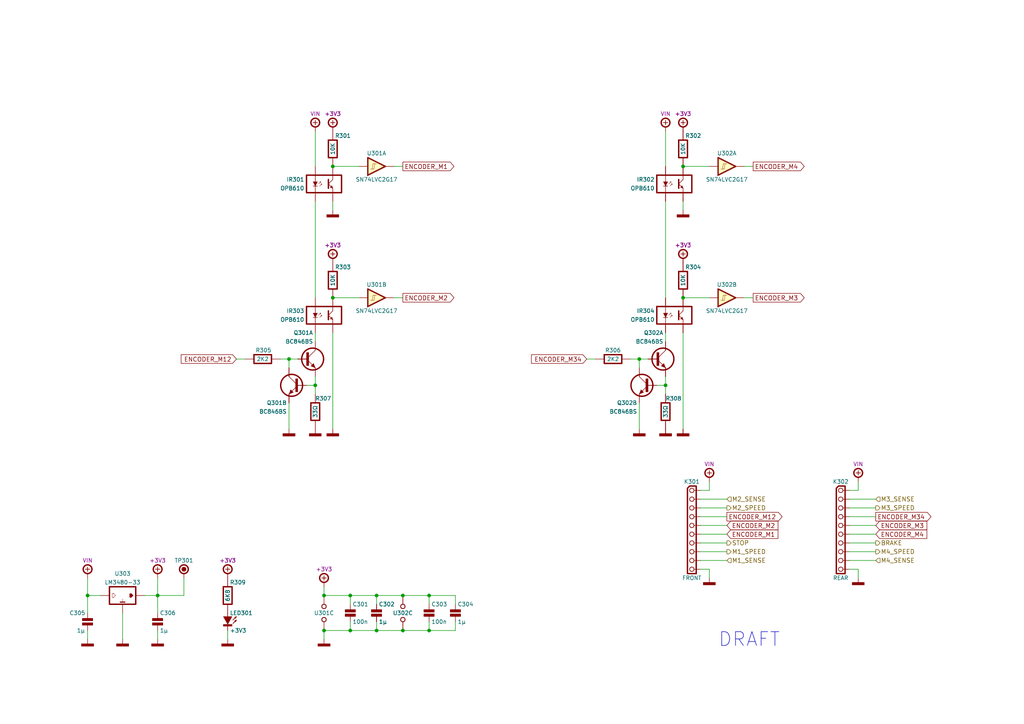
<source format=kicad_sch>
(kicad_sch (version 20211123) (generator eeschema)
  (paper "A4")
  (title_block (title "Motors Encoder") (date "01/2022") (rev "A") (comment 1 "TCAR Motor Board - L298P"))
  (lib_symbols
    (symbol "CAPACITOR-1206-100N_1" (pin_numbers hide) (pin_names (offset 0) hide)
      (property "Reference" "C" (at 1.27 2.54 0))
      (property "Value" "CAPACITOR-1206-100N_1" (at 1.27 -2.54 0))
      (symbol "CAPACITOR-1206-100N_1_1_1"
        (pin passive line (at 0 2.54 270) (length 1.905) (name "~") (number "1"))
        (pin passive line (at 0 -2.54 90) (length 1.905) (name "~") (number "2"))
      )
    )
    (symbol "CAPACITOR-1206-1U_1" (pin_numbers hide) (pin_names (offset 0) hide)
      (property "Reference" "C" (at 1.27 2.54 0))
      (property "Value" "CAPACITOR-1206-1U_1" (at 1.27 -2.54 0))
      (symbol "CAPACITOR-1206-1U_1_1_1"
        (pin passive line (at 0 2.54 270) (length 1.905) (name "~") (number "1"))
        (pin passive line (at 0 -2.54 90) (length 1.905) (name "~") (number "2"))
      )
    )
    (symbol "CAPACITOR-1206-1U_2" (pin_numbers hide) (pin_names (offset 0) hide)
      (property "Reference" "C" (at 1.27 2.54 0))
      (property "Value" "CAPACITOR-1206-1U_2" (at 1.27 -2.54 0))
      (symbol "CAPACITOR-1206-1U_2_1_1"
        (pin passive line (at 0 2.54 270) (length 1.905) (name "~") (number "1"))
        (pin passive line (at 0 -2.54 90) (length 1.905) (name "~") (number "2"))
      )
    )
    (symbol "CAPACITOR-1206-1U_3" (pin_numbers hide) (pin_names (offset 0) hide)
      (property "Reference" "C" (at 1.27 2.54 0))
      (property "Value" "CAPACITOR-1206-1U_3" (at 1.27 -2.54 0))
      (symbol "CAPACITOR-1206-1U_3_1_1"
        (pin passive line (at 0 2.54 270) (length 1.905) (name "~") (number "1"))
        (pin passive line (at 0 -2.54 90) (length 1.905) (name "~") (number "2"))
      )
    )
    (symbol "RESISTOR-1206-10K_1" (pin_numbers hide) (pin_names (offset 0) hide)
      (property "Reference" "R" (at 2.54 1.27 0))
      (property "Value" "RESISTOR-1206-10K_1" (at 2.54 -1.27 0))
      (symbol "RESISTOR-1206-10K_1_1_1"
        (pin passive line (at 0 5.08 270) (length 2.54) (name "~") (number "1"))
        (pin passive line (at 0 -5.08 90) (length 2.54) (name "~") (number "2"))
      )
    )
    (symbol "RESISTOR-1206-10K_2" (pin_numbers hide) (pin_names (offset 0) hide)
      (property "Reference" "R" (at 2.54 1.27 0))
      (property "Value" "RESISTOR-1206-10K_2" (at 2.54 -1.27 0))
      (symbol "RESISTOR-1206-10K_2_1_1"
        (pin passive line (at 0 5.08 270) (length 2.54) (name "~") (number "1"))
        (pin passive line (at 0 -5.08 90) (length 2.54) (name "~") (number "2"))
      )
    )
    (symbol "RESISTOR-1206-10K_3" (pin_numbers hide) (pin_names (offset 0) hide)
      (property "Reference" "R" (at 2.54 1.27 0))
      (property "Value" "RESISTOR-1206-10K_3" (at 2.54 -1.27 0))
      (symbol "RESISTOR-1206-10K_3_1_1"
        (pin passive line (at 0 5.08 270) (length 2.54) (name "~") (number "1"))
        (pin passive line (at 0 -5.08 90) (length 2.54) (name "~") (number "2"))
      )
    )
    (symbol "RESISTOR-1206-2K2_1" (pin_numbers hide) (pin_names (offset 0) hide)
      (property "Reference" "R" (at 2.54 1.27 0))
      (property "Value" "RESISTOR-1206-2K2_1" (at 2.54 -1.27 0))
      (symbol "RESISTOR-1206-2K2_1_1_1"
        (pin passive line (at 0 5.08 270) (length 2.54) (name "~") (number "1"))
        (pin passive line (at 0 -5.08 90) (length 2.54) (name "~") (number "2"))
      )
    )
    (symbol "RESISTOR-1206-33R_1" (pin_numbers hide) (pin_names (offset 0) hide)
      (property "Reference" "R" (at 2.54 1.27 0))
      (property "Value" "RESISTOR-1206-33R_1" (at 2.54 -1.27 0))
      (symbol "RESISTOR-1206-33R_1_1_1"
        (pin passive line (at 0 5.08 270) (length 2.54) (name "~") (number "1"))
        (pin passive line (at 0 -5.08 90) (length 2.54) (name "~") (number "2"))
      )
    )
    (symbol "tronixio:CAPACITOR-1206-100N" (pin_numbers hide) (pin_names (offset 0) hide)
      (property "Reference" "C" (at 1.27 2.54 0))
      (property "Value" "CAPACITOR-1206-100N" (at 1.27 -2.54 0))
      (symbol "CAPACITOR-1206-100N_1_1"
        (pin passive line (at 0 2.54 270) (length 1.905) (name "~") (number "1"))
        (pin passive line (at 0 -2.54 90) (length 1.905) (name "~") (number "2"))
      )
    )
    (symbol "tronixio:CAPACITOR-1206-1U" (pin_numbers hide) (pin_names (offset 0) hide)
      (property "Reference" "C" (at 1.27 2.54 0))
      (property "Value" "CAPACITOR-1206-1U" (at 1.27 -2.54 0))
      (symbol "CAPACITOR-1206-1U_1_1"
        (pin passive line (at 0 2.54 270) (length 1.905) (name "~") (number "1"))
        (pin passive line (at 0 -2.54 90) (length 1.905) (name "~") (number "2"))
      )
    )
    (symbol "tronixio:HARWIN-254-F-1X10-VERTICAL" (pin_numbers hide) (pin_names (offset 0) hide)
      (property "Reference" "K" (at 0 2.54 0))
      (property "Value" "HARWIN-254-F-1X10-VERTICAL" (at 0 -25.4 0))
      (symbol "HARWIN-254-F-1X10-VERTICAL_1_1"
        (pin passive line (at -2.54 0 0) (length 1.905) (name "Pin_1") (number "1"))
        (pin passive line (at -2.54 -22.86 0) (length 1.905) (name "Pin_10") (number "10"))
        (pin passive line (at -2.54 -2.54 0) (length 1.905) (name "Pin_2") (number "2"))
        (pin passive line (at -2.54 -5.08 0) (length 1.905) (name "Pin_3") (number "3"))
        (pin passive line (at -2.54 -7.62 0) (length 1.905) (name "Pin_4") (number "4"))
        (pin passive line (at -2.54 -10.16 0) (length 1.905) (name "Pin_5") (number "5"))
        (pin passive line (at -2.54 -12.7 0) (length 1.905) (name "Pin_6") (number "6"))
        (pin passive line (at -2.54 -15.24 0) (length 1.905) (name "Pin_7") (number "7"))
        (pin passive line (at -2.54 -17.78 0) (length 1.905) (name "Pin_8") (number "8"))
        (pin passive line (at -2.54 -20.32 0) (length 1.905) (name "Pin_9") (number "9"))
      )
    )
    (symbol "tronixio:HARWIN-S1751" (pin_numbers hide) (pin_names (offset 0) hide)
      (property "Reference" "TP" (at 0 5.08 0))
      (property "Value" "HARWIN-S1751" (at 0 7.62 0))
      (symbol "HARWIN-S1751_1_1"
        (pin passive line (at 0 0 90) (length 1.27) (name "1") (number "1"))
      )
    )
    (symbol "tronixio:KINGBRIGHT-LED-1206-RED" (pin_numbers hide) (pin_names (offset 0) hide)
      (property "Reference" "LED" (at 0 -2.54 0))
      (property "Value" "KINGBRIGHT-LED-1206-RED" (at 0 -5.08 0))
      (symbol "KINGBRIGHT-LED-1206-RED_1_1"
        (pin passive line (at -2.54 0 0) (length 1.27) (name "C") (number "1"))
        (pin passive line (at 2.54 0 180) (length 1.27) (name "A") (number "2"))
      )
    )
    (symbol "tronixio:NEXPERIA-BC846BS" (pin_numbers hide) (pin_names (offset 0) hide)
      (property "Reference" "Q" (at 5.08 1.27 0))
      (property "Value" "NEXPERIA-BC846BS" (at 5.08 -1.27 0))
      (symbol "NEXPERIA-BC846BS_1_1"
        (pin passive line (at 2.54 -5.08 90) (length 2.54) (name "E") (number "1"))
        (pin passive line (at -2.54 0 0) (length 2.54) (name "B") (number "2"))
        (pin passive line (at 2.54 5.08 270) (length 2.54) (name "C") (number "6"))
      )
      (symbol "NEXPERIA-BC846BS_1_2"
        (pin input inverted (at -7.62 2.54 0) (length 4.318) (name "~") (number "1"))
        (pin input inverted (at -7.62 -2.54 0) (length 4.318) (name "~") (number "2"))
        (pin output line (at 7.62 0 180) (length 3.81) (name "~") (number "3"))
      )
      (symbol "NEXPERIA-BC846BS_2_1"
        (pin passive line (at 2.54 5.08 270) (length 2.54) (name "C") (number "3"))
        (pin passive line (at 2.54 -5.08 90) (length 2.54) (name "E") (number "4"))
        (pin passive line (at -2.54 0 0) (length 2.54) (name "B") (number "5"))
      )
      (symbol "NEXPERIA-BC846BS_2_2"
        (pin input inverted (at -7.62 2.54 0) (length 4.318) (name "~") (number "4"))
        (pin input inverted (at -7.62 -2.54 0) (length 4.318) (name "~") (number "5"))
        (pin output line (at 7.62 0 180) (length 3.81) (name "~") (number "6"))
      )
    )
    (symbol "tronixio:POWER-+3V3" (power) (pin_numbers hide) (pin_names (offset 0) hide)
      (property "Name" "+3V3" (at 0 5.08 0))
      (symbol "POWER-+3V3_1_1"
        (pin power_in line (at 0 0 90) (length 1.27) (name "+3V3") (number "1"))
      )
    )
    (symbol "tronixio:POWER-GND" (power) (pin_numbers hide) (pin_names (offset 0) hide)
      (symbol "POWER-GND_1_1"
        (pin power_in line (at 0 0 270) (length 1.27) (name "GND") (number "1"))
      )
    )
    (symbol "tronixio:POWER-VIN" (power) (pin_numbers hide) (pin_names (offset 0) hide)
      (property "Name" "VIN" (at 0 5.08 0))
      (symbol "POWER-VIN_1_1"
        (pin power_in line (at 0 0 90) (length 1.27) (name "VIN") (number "1"))
      )
    )
    (symbol "tronixio:RESISTOR-1206-10K" (pin_numbers hide) (pin_names (offset 0) hide)
      (property "Reference" "R" (at 2.54 1.27 0))
      (property "Value" "RESISTOR-1206-10K" (at 2.54 -1.27 0))
      (symbol "RESISTOR-1206-10K_1_1"
        (pin passive line (at 0 5.08 270) (length 2.54) (name "~") (number "1"))
        (pin passive line (at 0 -5.08 90) (length 2.54) (name "~") (number "2"))
      )
    )
    (symbol "tronixio:RESISTOR-1206-2K2" (pin_numbers hide) (pin_names (offset 0) hide)
      (property "Reference" "R" (at 2.54 1.27 0))
      (property "Value" "RESISTOR-1206-2K2" (at 2.54 -1.27 0))
      (symbol "RESISTOR-1206-2K2_1_1"
        (pin passive line (at 0 5.08 270) (length 2.54) (name "~") (number "1"))
        (pin passive line (at 0 -5.08 90) (length 2.54) (name "~") (number "2"))
      )
    )
    (symbol "tronixio:RESISTOR-1206-33R" (pin_numbers hide) (pin_names (offset 0) hide)
      (property "Reference" "R" (at 2.54 1.27 0))
      (property "Value" "RESISTOR-1206-33R" (at 2.54 -1.27 0))
      (symbol "RESISTOR-1206-33R_1_1"
        (pin passive line (at 0 5.08 270) (length 2.54) (name "~") (number "1"))
        (pin passive line (at 0 -5.08 90) (length 2.54) (name "~") (number "2"))
      )
    )
    (symbol "tronixio:RESISTOR-1206-6K8" (pin_numbers hide) (pin_names (offset 0) hide)
      (property "Reference" "R" (at 2.54 1.27 0))
      (property "Value" "RESISTOR-1206-6K8" (at 2.54 -1.27 0))
      (symbol "RESISTOR-1206-6K8_1_1"
        (pin passive line (at 0 5.08 270) (length 2.54) (name "~") (number "1"))
        (pin passive line (at 0 -5.08 90) (length 2.54) (name "~") (number "2"))
      )
    )
    (symbol "tronixio:TI-LM3480-33-SOT-23" (pin_numbers hide) (pin_names (offset 0) hide)
      (property "Reference" "U" (at 0 6.35 0))
      (property "Value" "TI-LM3480-33-SOT-23" (at 0 3.81 0))
      (symbol "TI-LM3480-33-SOT-23_1_1"
        (pin power_out line (at 6.35 0 180) (length 2.54) (name "VO") (number "1"))
        (pin power_in line (at -6.35 0 0) (length 2.54) (name "VI") (number "2"))
        (pin power_in line (at 0 -5.08 90) (length 2.54) (name "GND") (number "3"))
      )
    )
    (symbol "tronixio:TI-SN74LVC2G17-SOT" (pin_numbers hide) (pin_names (offset 0) hide)
      (property "Reference" "U" (at 0 5.08 0))
      (property "Value" "TI-SN74LVC2G17-SOT" (at 0 -5.08 0))
      (symbol "TI-SN74LVC2G17-SOT_1_1"
        (pin input line (at -5.08 0 0) (length 2.54) (name "1A") (number "1"))
        (pin output line (at 5.08 0 180) (length 2.54) (name "1Y") (number "6"))
      )
      (symbol "TI-SN74LVC2G17-SOT_1_2"
        (pin input inverted (at -7.62 2.54 0) (length 4.318) (name "~") (number "1"))
        (pin input inverted (at -7.62 -2.54 0) (length 4.318) (name "~") (number "2"))
        (pin output line (at 7.62 0 180) (length 3.81) (name "~") (number "3"))
      )
      (symbol "TI-SN74LVC2G17-SOT_2_1"
        (pin input line (at -5.08 0 0) (length 2.54) (name "2A") (number "3"))
        (pin output line (at 5.08 0 180) (length 2.54) (name "2Y") (number "4"))
      )
      (symbol "TI-SN74LVC2G17-SOT_2_2"
        (pin input inverted (at -7.62 2.54 0) (length 4.318) (name "~") (number "4"))
        (pin input inverted (at -7.62 -2.54 0) (length 4.318) (name "~") (number "5"))
        (pin output line (at 7.62 0 180) (length 3.81) (name "~") (number "6"))
      )
      (symbol "TI-SN74LVC2G17-SOT_3_0"
        (pin power_in line (at 0 -5.08 90) (length 2.54) (name "GND") (number "2"))
        (pin power_in line (at 0 5.08 270) (length 2.54) (name "VCC") (number "5"))
      )
      (symbol "TI-SN74LVC2G17-SOT_3_2"
        (pin input inverted (at -7.62 2.54 0) (length 4.318) (name "~") (number "1"))
        (pin input inverted (at -7.62 -2.54 0) (length 4.318) (name "~") (number "2"))
        (pin output line (at 7.62 0 180) (length 3.81) (name "~") (number "3"))
      )
    )
    (symbol "tronixio:TTE-OPB610" (pin_numbers hide) (pin_names (offset 0) hide)
      (property "Reference" "IR" (at 6.35 1.27 0))
      (property "Value" "TTE-OPB610" (at 6.35 -1.27 0))
      (symbol "TTE-OPB610_1_1"
        (pin passive line (at -2.54 5.08 270) (length 2.54) (name "ANODE") (number "1"))
        (pin passive line (at -2.54 -5.08 90) (length 2.54) (name "CATHODE") (number "2"))
        (pin passive line (at 2.54 5.08 270) (length 2.54) (name "COLLECTOR") (number "3"))
        (pin passive line (at 2.54 -5.08 90) (length 2.54) (name "EMITTER") (number "4"))
      )
    )
  )
  (junction (at 124.46 172.72) (diameter 0.9144))
  (junction (at 109.22 182.88) (diameter 0.9144))
  (junction (at 109.22 172.72) (diameter 0.9144))
  (junction (at 83.82 104.14))
  (junction (at 96.52 86.36))
  (junction (at 96.52 48.26))
  (junction (at 198.12 86.36))
  (junction (at 116.84 182.88) (diameter 0.9144))
  (junction (at 185.42 104.14))
  (junction (at 93.98 172.72) (diameter 0.9144))
  (junction (at 193.04 111.76))
  (junction (at 93.98 182.88) (diameter 0.9144))
  (junction (at 124.46 182.88) (diameter 0.9144))
  (junction (at 101.6 182.88) (diameter 0.9144))
  (junction (at 45.72 172.72) (diameter 0.9144))
  (junction (at 116.84 172.72) (diameter 0.9144))
  (junction (at 25.4 172.72) (diameter 0.9144))
  (junction (at 198.12 48.26))
  (junction (at 101.6 172.72) (diameter 0.9144))
  (junction (at 91.44 111.76))
  (wire (pts (xy 210.82 154.94) (xy 203.2 154.94)))
  (wire (pts (xy 132.08 180.34) (xy 132.08 182.88)))
  (wire (pts (xy 91.44 111.76) (xy 91.44 114.3)))
  (wire (pts (xy 218.44 48.26) (xy 215.9 48.26)))
  (wire (pts (xy 203.2 142.24) (xy 205.74 142.24)))
  (wire (pts (xy 91.44 38.1) (xy 91.44 48.26)))
  (wire (pts (xy 205.74 142.24) (xy 205.74 139.7)))
  (wire (pts (xy 248.92 165.1) (xy 248.92 167.64)))
  (wire (pts (xy 91.44 58.42) (xy 91.44 86.36)))
  (wire (pts (xy 116.84 48.26) (xy 114.3 48.26)))
  (wire (pts (xy 96.52 48.26) (xy 104.14 48.26)))
  (wire (pts (xy 182.88 104.14) (xy 185.42 104.14)))
  (wire (pts (xy 193.04 96.52) (xy 193.04 99.06)))
  (wire (pts (xy 203.2 165.1) (xy 205.74 165.1)))
  (wire (pts (xy 35.56 177.8) (xy 35.56 185.42)))
  (wire (pts (xy 68.58 104.14) (xy 71.12 104.14)))
  (wire (pts (xy 170.18 104.14) (xy 172.72 104.14)))
  (wire (pts (xy 45.72 172.72) (xy 45.72 177.8)))
  (wire (pts (xy 109.22 172.72) (xy 109.22 175.26)))
  (wire (pts (xy 185.42 104.14) (xy 187.96 104.14)))
  (wire (pts (xy 210.82 144.78) (xy 203.2 144.78)))
  (wire (pts (xy 193.04 109.22) (xy 193.04 111.76)))
  (wire (pts (xy 246.38 165.1) (xy 248.92 165.1)))
  (wire (pts (xy 198.12 60.96) (xy 198.12 58.42)))
  (wire (pts (xy 101.6 172.72) (xy 109.22 172.72)))
  (wire (pts (xy 109.22 172.72) (xy 116.84 172.72)))
  (wire (pts (xy 116.84 172.72) (xy 124.46 172.72)))
  (wire (pts (xy 198.12 86.36) (xy 205.74 86.36)))
  (wire (pts (xy 101.6 172.72) (xy 101.6 175.26)))
  (wire (pts (xy 93.98 172.72) (xy 101.6 172.72)))
  (wire (pts (xy 41.91 172.72) (xy 45.72 172.72)))
  (wire (pts (xy 45.72 172.72) (xy 45.72 167.64)))
  (wire (pts (xy 254 144.78) (xy 246.38 144.78)))
  (wire (pts (xy 101.6 182.88) (xy 109.22 182.88)))
  (wire (pts (xy 109.22 182.88) (xy 116.84 182.88)))
  (wire (pts (xy 116.84 182.88) (xy 124.46 182.88)))
  (wire (pts (xy 254 152.4) (xy 246.38 152.4)))
  (wire (pts (xy 246.38 142.24) (xy 248.92 142.24)))
  (wire (pts (xy 83.82 104.14) (xy 83.82 106.68)))
  (wire (pts (xy 254 157.48) (xy 246.38 157.48)))
  (wire (pts (xy 193.04 58.42) (xy 193.04 86.36)))
  (wire (pts (xy 91.44 96.52) (xy 91.44 99.06)))
  (wire (pts (xy 66.04 182.88) (xy 66.04 185.42)))
  (wire (pts (xy 210.82 147.32) (xy 203.2 147.32)))
  (wire (pts (xy 109.22 180.34) (xy 109.22 182.88)))
  (wire (pts (xy 218.44 86.36) (xy 215.9 86.36)))
  (wire (pts (xy 124.46 172.72) (xy 132.08 172.72)))
  (wire (pts (xy 254 154.94) (xy 246.38 154.94)))
  (wire (pts (xy 96.52 86.36) (xy 104.14 86.36)))
  (wire (pts (xy 116.84 86.36) (xy 114.3 86.36)))
  (wire (pts (xy 185.42 116.84) (xy 185.42 124.46)))
  (wire (pts (xy 93.98 182.88) (xy 101.6 182.88)))
  (wire (pts (xy 210.82 162.56) (xy 203.2 162.56)))
  (wire (pts (xy 91.44 109.22) (xy 91.44 111.76)))
  (wire (pts (xy 93.98 170.18) (xy 93.98 172.72)))
  (wire (pts (xy 198.12 48.26) (xy 205.74 48.26)))
  (wire (pts (xy 83.82 104.14) (xy 86.36 104.14)))
  (wire (pts (xy 45.72 182.88) (xy 45.72 185.42)))
  (wire (pts (xy 254 149.86) (xy 246.38 149.86)))
  (wire (pts (xy 25.4 167.64) (xy 25.4 172.72)))
  (wire (pts (xy 254 160.02) (xy 246.38 160.02)))
  (wire (pts (xy 83.82 116.84) (xy 83.82 124.46)))
  (wire (pts (xy 25.4 172.72) (xy 25.4 177.8)))
  (wire (pts (xy 248.92 142.24) (xy 248.92 139.7)))
  (wire (pts (xy 193.04 111.76) (xy 193.04 114.3)))
  (wire (pts (xy 210.82 152.4) (xy 203.2 152.4)))
  (wire (pts (xy 205.74 165.1) (xy 205.74 167.64)))
  (wire (pts (xy 193.04 38.1) (xy 193.04 48.26)))
  (wire (pts (xy 190.5 111.76) (xy 193.04 111.76)))
  (wire (pts (xy 185.42 104.14) (xy 185.42 106.68)))
  (wire (pts (xy 198.12 96.52) (xy 198.12 124.46)))
  (wire (pts (xy 210.82 160.02) (xy 203.2 160.02)))
  (wire (pts (xy 101.6 180.34) (xy 101.6 182.88)))
  (wire (pts (xy 124.46 172.72) (xy 124.46 175.26)))
  (wire (pts (xy 254 147.32) (xy 246.38 147.32)))
  (wire (pts (xy 96.52 60.96) (xy 96.52 58.42)))
  (wire (pts (xy 124.46 180.34) (xy 124.46 182.88)))
  (wire (pts (xy 254 162.56) (xy 246.38 162.56)))
  (wire (pts (xy 29.21 172.72) (xy 25.4 172.72)))
  (wire (pts (xy 210.82 157.48) (xy 203.2 157.48)))
  (wire (pts (xy 124.46 182.88) (xy 132.08 182.88)))
  (wire (pts (xy 210.82 149.86) (xy 203.2 149.86)))
  (wire (pts (xy 25.4 182.88) (xy 25.4 185.42)))
  (wire (pts (xy 96.52 96.52) (xy 96.52 124.46)))
  (wire (pts (xy 88.9 111.76) (xy 91.44 111.76)))
  (wire (pts (xy 81.28 104.14) (xy 83.82 104.14)))
  (wire (pts (xy 53.34 167.64) (xy 53.34 172.72)))
  (wire (pts (xy 53.34 172.72) (xy 45.72 172.72)))
  (wire (pts (xy 132.08 172.72) (xy 132.08 175.26)))
  (wire (pts (xy 93.98 182.88) (xy 93.98 185.42)))
  (text "DRAFT" (at 208.28 187.96 0) (effects (font (size 4 4)) (justify left bottom)))
  (global_label "ENCODER_M2" (shape output) (at 116.84 86.36 0) (property "Intersheet References" "${INTERSHEET_REFS}" (effects hide)))
  (global_label "ENCODER_M34" (shape output) (at 254 149.86 0) (property "Intersheet References" "${INTERSHEET_REFS}" (effects hide)))
  (global_label "ENCODER_M12" (shape output) (at 210.82 149.86 0) (property "Intersheet References" "${INTERSHEET_REFS}" (effects hide)))
  (global_label "ENCODER_M1" (shape output) (at 116.84 48.26 0) (property "Intersheet References" "${INTERSHEET_REFS}" (effects hide)))
  (global_label "ENCODER_M12" (shape input) (at 68.58 104.14 180) (property "Intersheet References" "${INTERSHEET_REFS}" (effects hide)))
  (global_label "ENCODER_M4" (shape input) (at 254 154.94 0) (property "Intersheet References" "${INTERSHEET_REFS}" (effects hide)))
  (global_label "ENCODER_M3" (shape output) (at 218.44 86.36 0) (property "Intersheet References" "${INTERSHEET_REFS}" (effects hide)))
  (global_label "ENCODER_M2" (shape input) (at 210.82 152.4 0) (property "Intersheet References" "${INTERSHEET_REFS}" (effects hide)))
  (global_label "ENCODER_M1" (shape input) (at 210.82 154.94 0) (property "Intersheet References" "${INTERSHEET_REFS}" (effects hide)))
  (global_label "ENCODER_M3" (shape input) (at 254 152.4 0) (property "Intersheet References" "${INTERSHEET_REFS}" (effects hide)))
  (global_label "ENCODER_M4" (shape output) (at 218.44 48.26 0) (property "Intersheet References" "${INTERSHEET_REFS}" (effects hide)))
  (global_label "ENCODER_M34" (shape input) (at 170.18 104.14 180) (property "Intersheet References" "${INTERSHEET_REFS}" (effects hide)))
  (hierarchical_label "M3_SENSE" (shape input) (at 254 144.78 0))
  (hierarchical_label "M1_SENSE" (shape input) (at 210.82 162.56 0))
  (hierarchical_label "BRAKE" (shape output) (at 254 157.48 0))
  (hierarchical_label "M4_SENSE" (shape input) (at 254 162.56 0))
  (hierarchical_label "M3_SPEED" (shape output) (at 254 147.32 0))
  (hierarchical_label "STOP" (shape output) (at 210.82 157.48 0))
  (hierarchical_label "M1_SPEED" (shape output) (at 210.82 160.02 0))
  (hierarchical_label "M2_SPEED" (shape output) (at 210.82 147.32 0))
  (hierarchical_label "M2_SENSE" (shape input) (at 210.82 144.78 0))
  (hierarchical_label "M4_SPEED" (shape output) (at 254 160.02 0))
  (symbol (lib_name "RESISTOR-1206-33R_1") (lib_id "tronixio:RESISTOR-1206-33R") (at 91.44 119.38 0) (unit 1)
    (property "Reference" "R307" (at 91.44 115.57 0) (effects (font (size 1.15 1.15)) (justify left)))
    (property "Value" "33Ω" (at 91.44 119.38 90) (effects (font (size 1.15 1.15))))
    (property "Footprint" "tronixio:RESISTOR-SMD-1206" (effects hide))
    (property "Datasheet" "https://www.koaspeer.com/products/resistors/general-purpose/rk73b/" (effects hide))
    (property "Tolerance" "5%" (effects hide))
    (property "Mouser" "660-RK73B2BTTDD330J" (effects hide))
    (property "Name" "RESISTOR-1206-33R" (effects hide))
  )
  (symbol (lib_id "tronixio:RESISTOR-1206-33R") (at 193.04 119.38 0) (unit 1)
    (property "Reference" "R308" (at 193.04 115.57 0) (effects (font (size 1.15 1.15)) (justify left)))
    (property "Value" "33Ω" (at 193.04 119.38 90) (effects (font (size 1.15 1.15))))
    (property "Footprint" "tronixio:RESISTOR-SMD-1206" (effects hide))
    (property "Datasheet" "https://www.koaspeer.com/products/resistors/general-purpose/rk73b/" (effects hide))
    (property "Tolerance" "5%" (effects hide))
    (property "Mouser" "660-RK73B2BTTDD330J" (effects hide))
    (property "Name" "RESISTOR-1206-33R" (effects hide))
  )
  (symbol (lib_id "tronixio:POWER-VIN") (at 248.92 139.7 0) (unit 1)
    (property "Reference" "#PWR0193" (effects hide))
    (property "Value" "POWER-VIN" (effects hide))
    (property "Name" "VIN" (at 248.92 134.62 0) (effects (font (size 1.15 1.15))))
  )
  (symbol (lib_id "tronixio:POWER-GND") (at 185.42 124.46 0) (unit 1)
    (property "Reference" "#PWR0182" (effects hide))
    (property "Value" "POWER-GND" (effects hide))
  )
  (symbol (lib_id "tronixio:POWER-GND") (at 25.4 185.42 0) (unit 1)
    (property "Reference" "#PWR0191" (effects hide))
    (property "Value" "POWER-GND" (effects hide))
  )
  (symbol (lib_id "tronixio:POWER-GND") (at 45.72 185.42 0) (unit 1)
    (property "Reference" "#PWR0186" (effects hide))
    (property "Value" "POWER-GND" (effects hide))
  )
  (symbol (lib_id "tronixio:CAPACITOR-1206-1U") (at 109.22 177.8 0) (unit 1)
    (property "Reference" "C302" (at 109.855 175.26 0) (effects (font (size 1.15 1.15)) (justify left)))
    (property "Value" "1µ" (at 109.855 180.34 0) (effects (font (size 1.15 1.15)) (justify left)))
    (property "Footprint" "tronixio:CAPACITOR-SMD-1206" (effects hide))
    (property "Datasheet" "https://content.kemet.com/datasheets/KEM_C1090_X7R_ESD.pdf" (effects hide))
    (property "Voltage" "50V" (effects hide))
    (property "Tolerance" "20%" (effects hide))
    (property "Mouser" "C1206C105M5RACTU" (effects hide))
    (property "Name" "CAPACITOR-1206-1U" (effects hide))
  )
  (symbol (lib_name "RESISTOR-1206-10K_1") (lib_id "tronixio:RESISTOR-1206-10K") (at 96.52 43.18 0) (unit 1)
    (property "Reference" "R301" (at 97.155 39.37 0) (effects (font (size 1.15 1.15)) (justify left)))
    (property "Value" "10K" (at 96.52 43.18 90) (effects (font (size 1.15 1.15))))
    (property "Footprint" "tronixio:RESISTOR-SMD-1206" (effects hide))
    (property "Datasheet" "https://www.koaspeer.com/products/resistors/general-purpose/rk73b/" (effects hide))
    (property "Tolerance" "5%" (effects hide))
    (property "Mouser" "660-RK73B2BTTDD103J" (effects hide))
    (property "Name" "RESISTOR-1206-10K" (effects hide))
  )
  (symbol (lib_name "CAPACITOR-1206-100N_1") (lib_id "tronixio:CAPACITOR-1206-100N") (at 101.6 177.8 0) (unit 1)
    (property "Reference" "C301" (at 102.235 175.26 0) (effects (font (size 1.15 1.15)) (justify left)))
    (property "Value" "100n" (at 102.235 180.34 0) (effects (font (size 1.15 1.15)) (justify left)))
    (property "Footprint" "tronixio:CAPACITOR-SMD-1206" (effects hide))
    (property "Datasheet" "https://content.kemet.com/datasheets/KEM_C1090_X7R_ESD.pdf" (effects hide))
    (property "Voltage" "50V" (effects hide))
    (property "Tolerance" "20%" (effects hide))
    (property "Mouser" "80-C1206C104M5R" (effects hide))
    (property "Name" "CAPACITOR-1206-100N" (effects hide))
  )
  (symbol (lib_id "tronixio:POWER-GND") (at 83.82 124.46 0) (unit 1)
    (property "Reference" "#PWR0171" (effects hide))
    (property "Value" "POWER-GND" (effects hide))
  )
  (symbol (lib_id "tronixio:POWER-GND") (at 66.04 185.42 0) (unit 1)
    (property "Reference" "#PWR0185" (effects hide))
    (property "Value" "POWER-GND" (effects hide))
  )
  (symbol (lib_id "tronixio:POWER-GND") (at 205.74 167.64 0) (unit 1)
    (property "Reference" "#PWR0194" (effects hide))
    (property "Value" "POWER-GND" (effects hide))
  )
  (symbol (lib_id "tronixio:HARWIN-S1751") (at 53.34 167.64 0) (unit 1)
    (property "Reference" "TP301" (at 53.34 162.56 0) (effects (font (size 1.15 1.15))))
    (property "Value" "HARWIN-S1751" (effects hide))
    (property "Footprint" "tronixioZZZ:HARWIN-S1751" (effects hide))
    (property "Datasheet" "https://www.harwin.com/products/S1751-46/" (effects hide))
    (property "Mouser" "855-S1751-46" (effects hide))
    (property "Name" "HARWIN-S1751" (effects hide))
  )
  (symbol (lib_name "RESISTOR-1206-10K_2") (lib_id "tronixio:RESISTOR-1206-10K") (at 96.52 81.28 0) (unit 1)
    (property "Reference" "R303" (at 97.155 77.47 0) (effects (font (size 1.15 1.15)) (justify left)))
    (property "Value" "10K" (at 96.52 81.28 90) (effects (font (size 1.15 1.15))))
    (property "Footprint" "tronixio:RESISTOR-SMD-1206" (effects hide))
    (property "Datasheet" "https://www.koaspeer.com/products/resistors/general-purpose/rk73b/" (effects hide))
    (property "Tolerance" "5%" (effects hide))
    (property "Mouser" "660-RK73B2BTTDD103J" (effects hide))
    (property "Name" "RESISTOR-1206-10K" (effects hide))
  )
  (symbol (lib_name "CAPACITOR-1206-1U_1") (lib_id "tronixio:CAPACITOR-1206-1U") (at 45.72 180.34 0) (unit 1)
    (property "Reference" "C306" (at 46.355 177.8 0) (effects (font (size 1.15 1.15)) (justify left)))
    (property "Value" "1µ" (at 46.355 182.88 0) (effects (font (size 1.15 1.15)) (justify left)))
    (property "Footprint" "tronixio:CAPACITOR-SMD-1206" (effects hide))
    (property "Datasheet" "https://content.kemet.com/datasheets/KEM_C1090_X7R_ESD.pdf" (effects hide))
    (property "Voltage" "50V" (effects hide))
    (property "Tolerance" "20%" (effects hide))
    (property "Mouser" "C1206C105M5RACTU" (effects hide))
    (property "Name" "CAPACITOR-1206-1U" (effects hide))
  )
  (symbol (lib_id "tronixio:CAPACITOR-1206-100N") (at 124.46 177.8 0) (unit 1)
    (property "Reference" "C303" (at 125.095 175.26 0) (effects (font (size 1.15 1.15)) (justify left)))
    (property "Value" "100n" (at 125.095 180.34 0) (effects (font (size 1.15 1.15)) (justify left)))
    (property "Footprint" "tronixio:CAPACITOR-SMD-1206" (effects hide))
    (property "Datasheet" "https://content.kemet.com/datasheets/KEM_C1090_X7R_ESD.pdf" (effects hide))
    (property "Voltage" "50V" (effects hide))
    (property "Tolerance" "20%" (effects hide))
    (property "Mouser" "80-C1206C104M5R" (effects hide))
    (property "Name" "CAPACITOR-1206-100N" (effects hide))
  )
  (symbol (lib_id "tronixio:POWER-GND") (at 198.12 124.46 0) (unit 1)
    (property "Reference" "#PWR0181" (effects hide))
    (property "Value" "POWER-GND" (effects hide))
  )
  (symbol (lib_id "tronixio:POWER-+3V3") (at 198.12 38.1 0) (unit 1)
    (property "Reference" "#PWR0183" (effects hide))
    (property "Value" "POWER-+3V3" (effects hide))
    (property "Name" "+3V3" (at 198.12 33.02 0) (effects (font (size 1.15 1.15))))
  )
  (symbol (lib_id "tronixio:POWER-+3V3") (at 96.52 76.2 0) (unit 1)
    (property "Reference" "#PWR0173" (effects hide))
    (property "Value" "POWER-+3V3" (effects hide))
    (property "Name" "+3V3" (at 96.52 71.12 0) (effects (font (size 1.15 1.15))))
  )
  (symbol (lib_id "tronixio:RESISTOR-1206-10K") (at 198.12 43.18 0) (unit 1)
    (property "Reference" "R302" (at 198.755 39.37 0) (effects (font (size 1.15 1.15)) (justify left)))
    (property "Value" "10K" (at 198.12 43.18 90) (effects (font (size 1.15 1.15))))
    (property "Footprint" "tronixio:RESISTOR-SMD-1206" (effects hide))
    (property "Datasheet" "https://www.koaspeer.com/products/resistors/general-purpose/rk73b/" (effects hide))
    (property "Tolerance" "5%" (effects hide))
    (property "Mouser" "660-RK73B2BTTDD103J" (effects hide))
    (property "Name" "RESISTOR-1206-10K" (effects hide))
  )
  (symbol (lib_id "tronixio:POWER-VIN") (at 25.4 167.64 0) (unit 1)
    (property "Reference" "#PWR0188" (effects hide))
    (property "Value" "POWER-VIN" (effects hide))
    (property "Name" "VIN" (at 25.4 162.56 0) (effects (font (size 1.15 1.15))))
  )
  (symbol (lib_id "tronixio:KINGBRIGHT-LED-1206-RED") (at 66.04 180.34 270) (mirror x) (unit 1)
    (property "Reference" "LED301" (at 66.675 177.8 90) (effects (font (size 1.15 1.15)) (justify left)))
    (property "Value" "+3V3" (at 66.675 182.88 90) (effects (font (size 1.15 1.15)) (justify left)))
    (property "Footprint" "tronixio:LED-SMD-1206" (effects hide))
    (property "Datasheet" "http://www.kingbrightusa.com/images/catalog/SPEC/APT3216LSECK-J3-PRV.pdf" (effects hide))
    (property "Mouser" "604-APT3216LSECKJ3RV" (effects hide))
    (property "Name" "KINGBRIGHT-LED-1206-RED" (effects hide))
  )
  (symbol (lib_id "tronixio:POWER-+3V3") (at 66.04 167.64 0) (unit 1)
    (property "Reference" "#PWR0189" (effects hide))
    (property "Value" "POWER-+3V3" (effects hide))
    (property "Name" "+3V3" (at 66.04 162.56 0) (effects (font (size 1.15 1.15))))
  )
  (symbol (lib_id "tronixio:POWER-VIN") (at 193.04 38.1 0) (unit 1)
    (property "Reference" "#PWR0184" (effects hide))
    (property "Value" "POWER-VIN" (effects hide))
    (property "Name" "VIN" (at 193.04 33.02 0) (effects (font (size 1.15 1.15))))
  )
  (symbol (lib_id "tronixio:RESISTOR-1206-6K8") (at 66.04 172.72 0) (unit 1)
    (property "Reference" "R309" (at 66.675 168.91 0) (effects (font (size 1.15 1.15)) (justify left)))
    (property "Value" "6K8" (at 66.04 172.72 90) (effects (font (size 1.15 1.15))))
    (property "Footprint" "tronixio:RESISTOR-SMD-1206" (effects hide))
    (property "Datasheet" "https://www.koaspeer.com/products/resistors/general-purpose/rk73b/" (effects hide))
    (property "Tolerance" "5%" (effects hide))
    (property "Mouser" "660-RK73B2BTTDD682J" (effects hide))
    (property "Name" "RESISTOR-1206-6K8" (effects hide))
  )
  (symbol (lib_id "tronixio:POWER-GND") (at 248.92 167.64 0) (unit 1)
    (property "Reference" "#PWR0192" (effects hide))
    (property "Value" "POWER-GND" (effects hide))
  )
  (symbol (lib_id "tronixio:POWER-GND") (at 96.52 124.46 0) (unit 1)
    (property "Reference" "#PWR0176" (effects hide))
    (property "Value" "POWER-GND" (effects hide))
  )
  (symbol (lib_id "tronixio:TI-SN74LVC2G17-SOT") (at 210.82 86.36 0) (unit 2)
    (property "Reference" "U302" (at 210.82 82.55 0) (effects (font (size 1.15 1.15))))
    (property "Value" "SN74LVC2G17" (at 210.82 90.17 0) (effects (font (size 1.15 1.15))))
    (property "Footprint" "tronixio:SOT-23-6" (effects hide))
    (property "Datasheet" "http://www.ti.com/product/SN74LVC2G17" (effects hide))
    (property "Name" "TI-SN74LVC2G17-SOT" (effects hide))
    (property "Mouser" "595-SN74LVC2G17DBVR" (effects hide))
  )
  (symbol (lib_id "tronixio:NEXPERIA-BC846BS") (at 190.5 104.14 0) (unit 1)
    (property "Reference" "Q302" (at 192.405 96.52 0) (effects (font (size 1.15 1.15)) (justify right)))
    (property "Value" "BC846BS" (at 192.405 99.06 0) (effects (font (size 1.15 1.15)) (justify right)))
    (property "Footprint" "tronixioZZZ:SOT-70-6" (effects hide))
    (property "Datasheet" "https://www.nexperia.com/products/bipolar-transistors/general-purpose-and-low-vcesat-bipolar-transistors/double-bipolar-transistors/BC846BS.html" (effects hide))
    (property "Name" "NEXPERIA-BC846BS" (effects hide))
    (property "Mouser" "771-BC846BS115" (effects hide))
  )
  (symbol (lib_id "tronixio:TI-SN74LVC2G17-SOT") (at 109.22 48.26 0) (unit 1)
    (property "Reference" "U301" (at 109.22 44.45 0) (effects (font (size 1.15 1.15))))
    (property "Value" "SN74LVC2G17" (at 109.22 52.07 0) (effects (font (size 1.15 1.15))))
    (property "Footprint" "tronixio:SOT-23-6" (effects hide))
    (property "Datasheet" "http://www.ti.com/product/SN74LVC2G17" (effects hide))
    (property "Name" "TI-SN74LVC2G17-SOT" (effects hide))
    (property "Mouser" "595-SN74LVC2G17DBVR" (effects hide))
  )
  (symbol (lib_id "tronixio:NEXPERIA-BC846BS") (at 88.9 104.14 0) (unit 1)
    (property "Reference" "Q301" (at 90.805 96.52 0) (effects (font (size 1.15 1.15)) (justify right)))
    (property "Value" "BC846BS" (at 90.805 99.06 0) (effects (font (size 1.15 1.15)) (justify right)))
    (property "Footprint" "tronixioZZZ:SOT-70-6" (effects hide))
    (property "Datasheet" "https://www.nexperia.com/products/bipolar-transistors/general-purpose-and-low-vcesat-bipolar-transistors/double-bipolar-transistors/BC846BS.html" (effects hide))
    (property "Name" "NEXPERIA-BC846BS" (effects hide))
    (property "Mouser" "771-BC846BS115" (effects hide))
  )
  (symbol (lib_id "tronixio:NEXPERIA-BC846BS") (at 187.96 111.76 0) (mirror y) (unit 2)
    (property "Reference" "Q302" (at 184.785 116.84 0) (effects (font (size 1.15 1.15)) (justify left)))
    (property "Value" "BC846BS" (at 184.785 119.38 0) (effects (font (size 1.15 1.15)) (justify left)))
    (property "Footprint" "tronixioZZZ:SOT-70-6" (effects hide))
    (property "Datasheet" "https://www.nexperia.com/products/bipolar-transistors/general-purpose-and-low-vcesat-bipolar-transistors/double-bipolar-transistors/BC846BS.html" (effects hide))
    (property "Name" "NEXPERIA-BC846BS" (effects hide))
    (property "Mouser" "771-BC846BS115" (effects hide))
  )
  (symbol (lib_id "tronixio:POWER-+3V3") (at 45.72 167.64 0) (unit 1)
    (property "Reference" "#PWR0187" (effects hide))
    (property "Value" "POWER-+3V3" (effects hide))
    (property "Name" "+3V3" (at 45.72 162.56 0) (effects (font (size 1.15 1.15))))
  )
  (symbol (lib_id "tronixio:TTE-OPB610") (at 195.58 91.44 0) (unit 1)
    (property "Reference" "IR304" (at 189.865 90.17 0) (effects (font (size 1.15 1.15)) (justify right)))
    (property "Value" "OPB610" (at 189.865 92.71 0) (effects (font (size 1.15 1.15)) (justify right)))
    (property "Footprint" "tronixioZZZ:OPB-610" (effects hide))
    (property "Datasheet" "https://www.ttelectronics.com/products/categories/optoelectronics/optoelectronics/opb610/" (effects hide))
    (property "Mouser" "828-OPB610" (effects hide))
    (property "Name" "TTE-OPB610" (effects hide))
  )
  (symbol (lib_id "tronixio:POWER-GND") (at 198.12 60.96 0) (unit 1)
    (property "Reference" "#PWR0179" (effects hide))
    (property "Value" "POWER-GND" (effects hide))
  )
  (symbol (lib_id "tronixio:TTE-OPB610") (at 93.98 53.34 0) (unit 1)
    (property "Reference" "IR301" (at 88.265 52.07 0) (effects (font (size 1.15 1.15)) (justify right)))
    (property "Value" "OPB610" (at 88.265 54.61 0) (effects (font (size 1.15 1.15)) (justify right)))
    (property "Footprint" "tronixioZZZ:OPB-610" (effects hide))
    (property "Datasheet" "https://www.ttelectronics.com/products/categories/optoelectronics/optoelectronics/opb610/" (effects hide))
    (property "Mouser" "828-OPB610" (effects hide))
    (property "Name" "TTE-OPB610" (effects hide))
  )
  (symbol (lib_id "tronixio:HARWIN-254-F-1X10-VERTICAL") (at 243.84 142.24 0) (mirror y) (unit 1)
    (property "Reference" "K302" (at 243.84 139.7 0) (effects (font (size 1.15 1.15))))
    (property "Value" "REAR" (at 243.84 167.64 0) (effects (font (size 1.15 1.15))))
    (property "Footprint" "tronixio:HARWIN-M20-782104x" (effects hide))
    (property "Datasheet" "https://www.harwin.com/products/M20-7821446/" (effects hide))
    (property "Mouser" "855-M20-782104" (effects hide))
    (property "Name" "HARWIN-254-F-1X10-VERTICAL" (effects hide))
  )
  (symbol (lib_id "tronixio:POWER-VIN") (at 91.44 38.1 0) (unit 1)
    (property "Reference" "#PWR0175" (effects hide))
    (property "Value" "POWER-VIN" (effects hide))
    (property "Name" "VIN" (at 91.44 33.02 0) (effects (font (size 1.15 1.15))))
  )
  (symbol (lib_name "RESISTOR-1206-2K2_1") (lib_id "tronixio:RESISTOR-1206-2K2") (at 76.2 104.14 90) (unit 1)
    (property "Reference" "R305" (at 78.74 101.6 90) (effects (font (size 1.15 1.15)) (justify left)))
    (property "Value" "2K2" (at 76.2 104.14 90) (effects (font (size 1.15 1.15))))
    (property "Footprint" "tronixio:RESISTOR-SMD-1206" (effects hide))
    (property "Datasheet" "https://www.koaspeer.com/products/resistors/general-purpose/rk73b/" (effects hide))
    (property "Tolerance" "5%" (effects hide))
    (property "Mouser" "660-RK73B2BTTD222J" (effects hide))
    (property "Name" "RESISTOR-1206-2K2" (effects hide))
  )
  (symbol (lib_id "tronixio:POWER-GND") (at 35.56 185.42 0) (unit 1)
    (property "Reference" "#PWR0190" (effects hide))
    (property "Value" "POWER-GND" (effects hide))
  )
  (symbol (lib_id "tronixio:POWER-+3V3") (at 93.98 170.18 0) (unit 1)
    (property "Reference" "#PWR0197" (effects hide))
    (property "Value" "POWER-+3V3" (effects hide))
    (property "Name" "+3V3" (at 93.98 165.1 0) (effects (font (size 1.15 1.15))))
  )
  (symbol (lib_id "tronixio:HARWIN-254-F-1X10-VERTICAL") (at 200.66 142.24 0) (mirror y) (unit 1)
    (property "Reference" "K301" (at 200.66 139.7 0) (effects (font (size 1.15 1.15))))
    (property "Value" "FRONT" (at 200.66 167.64 0) (effects (font (size 1.15 1.15))))
    (property "Footprint" "tronixio:HARWIN-M20-782104x" (effects hide))
    (property "Datasheet" "https://www.harwin.com/products/M20-7821446/" (effects hide))
    (property "Mouser" "855-M20-782104" (effects hide))
    (property "Name" "HARWIN-254-F-1X10-VERTICAL" (effects hide))
  )
  (symbol (lib_id "tronixio:TI-SN74LVC2G17-SOT") (at 109.22 86.36 0) (unit 2)
    (property "Reference" "U301" (at 109.22 82.55 0) (effects (font (size 1.15 1.15))))
    (property "Value" "SN74LVC2G17" (at 109.22 90.17 0) (effects (font (size 1.15 1.15))))
    (property "Footprint" "tronixio:SOT-23-6" (effects hide))
    (property "Datasheet" "http://www.ti.com/product/SN74LVC2G17" (effects hide))
    (property "Name" "TI-SN74LVC2G17-SOT" (effects hide))
    (property "Mouser" "595-SN74LVC2G17DBVR" (effects hide))
  )
  (symbol (lib_name "CAPACITOR-1206-1U_2") (lib_id "tronixio:CAPACITOR-1206-1U") (at 25.4 180.34 0) (unit 1)
    (property "Reference" "C305" (at 24.765 177.8 0) (effects (font (size 1.15 1.15)) (justify right)))
    (property "Value" "1µ" (at 24.765 182.88 0) (effects (font (size 1.15 1.15)) (justify right)))
    (property "Footprint" "tronixio:CAPACITOR-SMD-1206" (effects hide))
    (property "Datasheet" "https://content.kemet.com/datasheets/KEM_C1090_X7R_ESD.pdf" (effects hide))
    (property "Voltage" "50V" (effects hide))
    (property "Tolerance" "20%" (effects hide))
    (property "Mouser" "C1206C105M5RACTU" (effects hide))
    (property "Name" "CAPACITOR-1206-1U" (effects hide))
  )
  (symbol (lib_id "tronixio:NEXPERIA-BC846BS") (at 86.36 111.76 0) (mirror y) (unit 2)
    (property "Reference" "Q301" (at 83.185 116.84 0) (effects (font (size 1.15 1.15)) (justify left)))
    (property "Value" "BC846BS" (at 83.185 119.38 0) (effects (font (size 1.15 1.15)) (justify left)))
    (property "Footprint" "tronixioZZZ:SOT-70-6" (effects hide))
    (property "Datasheet" "https://www.nexperia.com/products/bipolar-transistors/general-purpose-and-low-vcesat-bipolar-transistors/double-bipolar-transistors/BC846BS.html" (effects hide))
    (property "Name" "NEXPERIA-BC846BS" (effects hide))
    (property "Mouser" "771-BC846BS115" (effects hide))
  )
  (symbol (lib_id "tronixio:TI-SN74LVC2G17-SOT") (at 116.84 177.8 0) (unit 3)
    (property "Reference" "U302" (at 116.84 177.8 0) (effects (font (size 1.15 1.15))))
    (property "Value" "SN74LVC2G17" (effects hide))
    (property "Footprint" "tronixio:SOT-23-6" (effects hide))
    (property "Datasheet" "http://www.ti.com/product/SN74LVC2G17" (effects hide))
    (property "Name" "TI-SN74LVC2G17-SOT" (effects hide))
    (property "Mouser" "595-SN74LVC2G17DBVR" (effects hide))
  )
  (symbol (lib_id "tronixio:POWER-GND") (at 91.44 124.46 0) (unit 1)
    (property "Reference" "#PWR0177" (effects hide))
    (property "Value" "POWER-GND" (effects hide))
  )
  (symbol (lib_id "tronixio:TI-SN74LVC2G17-SOT") (at 93.98 177.8 0) (unit 3)
    (property "Reference" "U301" (at 93.98 177.8 0) (effects (font (size 1.15 1.15))))
    (property "Value" "SN74LVC2G17" (effects hide))
    (property "Footprint" "tronixio:SOT-23-6" (effects hide))
    (property "Datasheet" "http://www.ti.com/product/SN74LVC2G17" (effects hide))
    (property "Name" "TI-SN74LVC2G17-SOT" (effects hide))
    (property "Mouser" "595-SN74LVC2G17DBVR" (effects hide))
  )
  (symbol (lib_id "tronixio:POWER-+3V3") (at 198.12 76.2 0) (unit 1)
    (property "Reference" "#PWR0178" (effects hide))
    (property "Value" "POWER-+3V3" (effects hide))
    (property "Name" "+3V3" (at 198.12 71.12 0) (effects (font (size 1.15 1.15))))
  )
  (symbol (lib_id "tronixio:POWER-VIN") (at 205.74 139.7 0) (unit 1)
    (property "Reference" "#PWR0195" (effects hide))
    (property "Value" "POWER-VIN" (effects hide))
    (property "Name" "VIN" (at 205.74 134.62 0) (effects (font (size 1.15 1.15))))
  )
  (symbol (lib_id "tronixio:TI-SN74LVC2G17-SOT") (at 210.82 48.26 0) (unit 1)
    (property "Reference" "U302" (at 210.82 44.45 0) (effects (font (size 1.15 1.15))))
    (property "Value" "SN74LVC2G17" (at 210.82 52.07 0) (effects (font (size 1.15 1.15))))
    (property "Footprint" "tronixio:SOT-23-6" (effects hide))
    (property "Datasheet" "http://www.ti.com/product/SN74LVC2G17" (effects hide))
    (property "Name" "TI-SN74LVC2G17-SOT" (effects hide))
    (property "Mouser" "595-SN74LVC2G17DBVR" (effects hide))
  )
  (symbol (lib_id "tronixio:POWER-+3V3") (at 96.52 38.1 0) (unit 1)
    (property "Reference" "#PWR0174" (effects hide))
    (property "Value" "POWER-+3V3" (effects hide))
    (property "Name" "+3V3" (at 96.52 33.02 0) (effects (font (size 1.15 1.15))))
  )
  (symbol (lib_id "tronixio:TTE-OPB610") (at 93.98 91.44 0) (unit 1)
    (property "Reference" "IR303" (at 88.265 90.17 0) (effects (font (size 1.15 1.15)) (justify right)))
    (property "Value" "OPB610" (at 88.265 92.71 0) (effects (font (size 1.15 1.15)) (justify right)))
    (property "Footprint" "tronixioZZZ:OPB-610" (effects hide))
    (property "Datasheet" "https://www.ttelectronics.com/products/categories/optoelectronics/optoelectronics/opb610/" (effects hide))
    (property "Mouser" "828-OPB610" (effects hide))
    (property "Name" "TTE-OPB610" (effects hide))
  )
  (symbol (lib_name "RESISTOR-1206-10K_3") (lib_id "tronixio:RESISTOR-1206-10K") (at 198.12 81.28 0) (unit 1)
    (property "Reference" "R304" (at 198.755 77.47 0) (effects (font (size 1.15 1.15)) (justify left)))
    (property "Value" "10K" (at 198.12 81.28 90) (effects (font (size 1.15 1.15))))
    (property "Footprint" "tronixio:RESISTOR-SMD-1206" (effects hide))
    (property "Datasheet" "https://www.koaspeer.com/products/resistors/general-purpose/rk73b/" (effects hide))
    (property "Tolerance" "5%" (effects hide))
    (property "Mouser" "660-RK73B2BTTDD103J" (effects hide))
    (property "Name" "RESISTOR-1206-10K" (effects hide))
  )
  (symbol (lib_id "tronixio:TI-LM3480-33-SOT-23") (at 35.56 172.72 0) (unit 1)
    (property "Reference" "U303" (at 35.56 166.37 0) (effects (font (size 1.15 1.15))))
    (property "Value" "LM3480-33" (at 35.56 168.91 0) (effects (font (size 1.15 1.15))))
    (property "Footprint" "tronixio:SOT-23-3" (effects hide))
    (property "Datasheet" "https://www.ti.com/product/LM3480" (effects hide))
    (property "Name" "TI-LM3480-33-SOT-23" (effects hide))
    (property "Mouser" "926-LM3480IM33.3NOPB" (effects hide))
  )
  (symbol (lib_id "tronixio:TTE-OPB610") (at 195.58 53.34 0) (unit 1)
    (property "Reference" "IR302" (at 189.865 52.07 0) (effects (font (size 1.15 1.15)) (justify right)))
    (property "Value" "OPB610" (at 189.865 54.61 0) (effects (font (size 1.15 1.15)) (justify right)))
    (property "Footprint" "tronixioZZZ:OPB-610" (effects hide))
    (property "Datasheet" "https://www.ttelectronics.com/products/categories/optoelectronics/optoelectronics/opb610/" (effects hide))
    (property "Mouser" "828-OPB610" (effects hide))
    (property "Name" "TTE-OPB610" (effects hide))
  )
  (symbol (lib_id "tronixio:POWER-GND") (at 93.98 185.42 0) (unit 1)
    (property "Reference" "#PWR0196" (effects hide))
    (property "Value" "POWER-GND" (effects hide))
  )
  (symbol (lib_name "CAPACITOR-1206-1U_3") (lib_id "tronixio:CAPACITOR-1206-1U") (at 132.08 177.8 0) (unit 1)
    (property "Reference" "C304" (at 132.715 175.26 0) (effects (font (size 1.15 1.15)) (justify left)))
    (property "Value" "1µ" (at 132.715 180.34 0) (effects (font (size 1.15 1.15)) (justify left)))
    (property "Footprint" "tronixio:CAPACITOR-SMD-1206" (effects hide))
    (property "Datasheet" "https://content.kemet.com/datasheets/KEM_C1090_X7R_ESD.pdf" (effects hide))
    (property "Voltage" "50V" (effects hide))
    (property "Tolerance" "20%" (effects hide))
    (property "Mouser" "C1206C105M5RACTU" (effects hide))
    (property "Name" "CAPACITOR-1206-1U" (effects hide))
  )
  (symbol (lib_id "tronixio:RESISTOR-1206-2K2") (at 177.8 104.14 90) (unit 1)
    (property "Reference" "R306" (at 177.8 101.6 90) (effects (font (size 1.15 1.15))))
    (property "Value" "2K2" (at 177.8 104.14 90) (effects (font (size 1.15 1.15))))
    (property "Footprint" "tronixio:RESISTOR-SMD-1206" (effects hide))
    (property "Datasheet" "https://www.koaspeer.com/products/resistors/general-purpose/rk73b/" (effects hide))
    (property "Tolerance" "5%" (effects hide))
    (property "Mouser" "660-RK73B2BTTD222J" (effects hide))
    (property "Name" "RESISTOR-1206-2K2" (effects hide))
  )
  (symbol (lib_id "tronixio:POWER-GND") (at 193.04 124.46 0) (unit 1)
    (property "Reference" "#PWR0180" (effects hide))
    (property "Value" "POWER-GND" (effects hide))
  )
  (symbol (lib_id "tronixio:POWER-GND") (at 96.52 60.96 0) (unit 1)
    (property "Reference" "#PWR0172" (effects hide))
    (property "Value" "POWER-GND" (effects hide))
  )
)
</source>
